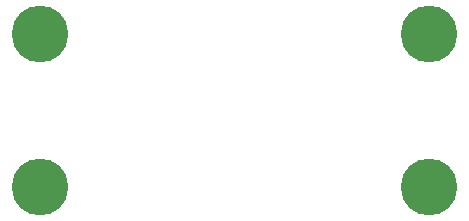
<source format=gbr>
%TF.GenerationSoftware,KiCad,Pcbnew,(6.0.4-0)*%
%TF.CreationDate,2022-08-26T15:35:11-06:00*%
%TF.ProjectId,lm334-source-v2,6c6d3333-342d-4736-9f75-7263652d7632,rev?*%
%TF.SameCoordinates,Original*%
%TF.FileFunction,Soldermask,Bot*%
%TF.FilePolarity,Negative*%
%FSLAX46Y46*%
G04 Gerber Fmt 4.6, Leading zero omitted, Abs format (unit mm)*
G04 Created by KiCad (PCBNEW (6.0.4-0)) date 2022-08-26 15:35:11*
%MOMM*%
%LPD*%
G01*
G04 APERTURE LIST*
%ADD10C,1.100000*%
%ADD11C,4.800000*%
G04 APERTURE END LIST*
D10*
%TO.C,MH1*%
X101350000Y-84000000D03*
X103000000Y-82350000D03*
X104166726Y-85166726D03*
X104166726Y-82833274D03*
D11*
X103000000Y-84000000D03*
D10*
X104650000Y-84000000D03*
X101833274Y-82833274D03*
X101833274Y-85166726D03*
X103000000Y-85650000D03*
%TD*%
D11*
%TO.C,MH2*%
X136000000Y-84000000D03*
D10*
X137166726Y-82833274D03*
X134350000Y-84000000D03*
X137650000Y-84000000D03*
X137166726Y-85166726D03*
X136000000Y-82350000D03*
X136000000Y-85650000D03*
X134833274Y-85166726D03*
X134833274Y-82833274D03*
%TD*%
%TO.C,MH3*%
X101833274Y-98166726D03*
D11*
X103000000Y-97000000D03*
D10*
X104166726Y-98166726D03*
X101833274Y-95833274D03*
X104166726Y-95833274D03*
X103000000Y-95350000D03*
X104650000Y-97000000D03*
X101350000Y-97000000D03*
X103000000Y-98650000D03*
%TD*%
D11*
%TO.C,MH4*%
X136000000Y-97000000D03*
D10*
X134833274Y-95833274D03*
X134350000Y-97000000D03*
X137650000Y-97000000D03*
X136000000Y-95350000D03*
X137166726Y-98166726D03*
X137166726Y-95833274D03*
X134833274Y-98166726D03*
X136000000Y-98650000D03*
%TD*%
M02*

</source>
